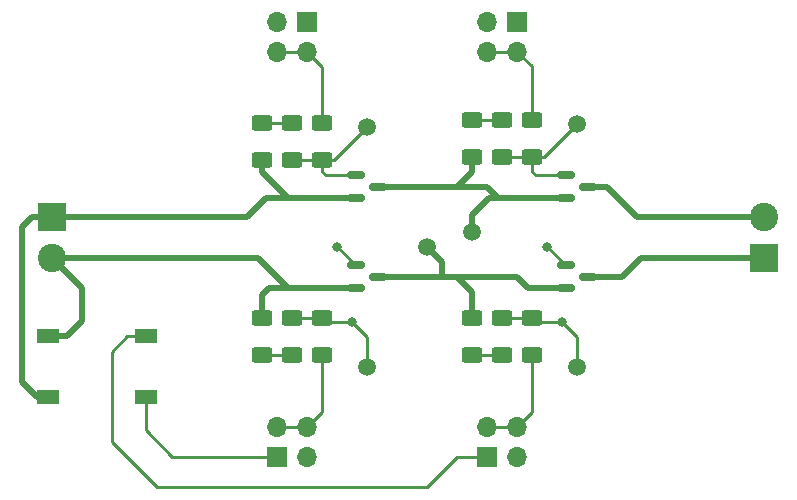
<source format=gbr>
%TF.GenerationSoftware,KiCad,Pcbnew,6.0.0-rc2-unknown-160328abc7~144~ubuntu21.10.1*%
%TF.CreationDate,2021-12-28T14:59:46+01:00*%
%TF.ProjectId,AbcTestBoard,41626354-6573-4744-926f-6172642e6b69,rev?*%
%TF.SameCoordinates,Original*%
%TF.FileFunction,Copper,L1,Top*%
%TF.FilePolarity,Positive*%
%FSLAX46Y46*%
G04 Gerber Fmt 4.6, Leading zero omitted, Abs format (unit mm)*
G04 Created by KiCad (PCBNEW 6.0.0-rc2-unknown-160328abc7~144~ubuntu21.10.1) date 2021-12-28 14:59:46*
%MOMM*%
%LPD*%
G01*
G04 APERTURE LIST*
G04 Aperture macros list*
%AMRoundRect*
0 Rectangle with rounded corners*
0 $1 Rounding radius*
0 $2 $3 $4 $5 $6 $7 $8 $9 X,Y pos of 4 corners*
0 Add a 4 corners polygon primitive as box body*
4,1,4,$2,$3,$4,$5,$6,$7,$8,$9,$2,$3,0*
0 Add four circle primitives for the rounded corners*
1,1,$1+$1,$2,$3*
1,1,$1+$1,$4,$5*
1,1,$1+$1,$6,$7*
1,1,$1+$1,$8,$9*
0 Add four rect primitives between the rounded corners*
20,1,$1+$1,$2,$3,$4,$5,0*
20,1,$1+$1,$4,$5,$6,$7,0*
20,1,$1+$1,$6,$7,$8,$9,0*
20,1,$1+$1,$8,$9,$2,$3,0*%
G04 Aperture macros list end*
%TA.AperFunction,SMDPad,CuDef*%
%ADD10RoundRect,0.150000X-0.587500X-0.150000X0.587500X-0.150000X0.587500X0.150000X-0.587500X0.150000X0*%
%TD*%
%TA.AperFunction,ComponentPad*%
%ADD11R,1.700000X1.700000*%
%TD*%
%TA.AperFunction,ComponentPad*%
%ADD12O,1.700000X1.700000*%
%TD*%
%TA.AperFunction,SMDPad,CuDef*%
%ADD13RoundRect,0.250000X-0.625000X0.400000X-0.625000X-0.400000X0.625000X-0.400000X0.625000X0.400000X0*%
%TD*%
%TA.AperFunction,SMDPad,CuDef*%
%ADD14RoundRect,0.250000X0.625000X-0.400000X0.625000X0.400000X-0.625000X0.400000X-0.625000X-0.400000X0*%
%TD*%
%TA.AperFunction,SMDPad,CuDef*%
%ADD15C,1.500000*%
%TD*%
%TA.AperFunction,ComponentPad*%
%ADD16R,2.400000X2.400000*%
%TD*%
%TA.AperFunction,ComponentPad*%
%ADD17C,2.400000*%
%TD*%
%TA.AperFunction,SMDPad,CuDef*%
%ADD18R,1.900000X1.200000*%
%TD*%
%TA.AperFunction,ViaPad*%
%ADD19C,0.800000*%
%TD*%
%TA.AperFunction,Conductor*%
%ADD20C,0.500000*%
%TD*%
%TA.AperFunction,Conductor*%
%ADD21C,0.250000*%
%TD*%
G04 APERTURE END LIST*
D10*
%TO.P,Q3,1,G*%
%TO.N,Net-(Q3-Pad1)*%
X87962500Y-80330000D03*
%TO.P,Q3,2,S*%
%TO.N,/J_1*%
X87962500Y-82230000D03*
%TO.P,Q3,3,D*%
%TO.N,/J_OUT*%
X89837500Y-81280000D03*
%TD*%
D11*
%TO.P,J2,1,Pin_1*%
%TO.N,/DCC_HIGH*%
X63495000Y-104145000D03*
D12*
%TO.P,J2,2,Pin_2*%
%TO.N,Net-(J2-Pad2)*%
X63495000Y-101605000D03*
%TO.P,J2,3,Pin_3*%
%TO.N,/DCC_HIGH*%
X66035000Y-104145000D03*
%TO.P,J2,4,Pin_4*%
%TO.N,Net-(J2-Pad2)*%
X66035000Y-101605000D03*
%TD*%
D13*
%TO.P,R9,1*%
%TO.N,Net-(R8-Pad2)*%
X80010000Y-75640000D03*
%TO.P,R9,2*%
%TO.N,/J_1*%
X80010000Y-78740000D03*
%TD*%
D14*
%TO.P,R4,1*%
%TO.N,Net-(J2-Pad2)*%
X67310000Y-95530000D03*
%TO.P,R4,2*%
%TO.N,Net-(Q2-Pad1)*%
X67310000Y-92430000D03*
%TD*%
D13*
%TO.P,R1,1*%
%TO.N,Net-(J1-Pad2)*%
X67310000Y-75920000D03*
%TO.P,R1,2*%
%TO.N,Net-(Q1-Pad1)*%
X67310000Y-79020000D03*
%TD*%
D15*
%TO.P,TP6,1,1*%
%TO.N,Net-(Q4-Pad1)*%
X88900000Y-96520000D03*
%TD*%
D16*
%TO.P,J5,1,Pin_1*%
%TO.N,/J_IN*%
X44450000Y-83820000D03*
D17*
%TO.P,J5,2,Pin_2*%
%TO.N,/K_IN*%
X44450000Y-87320000D03*
%TD*%
D15*
%TO.P,TP4,1,1*%
%TO.N,Net-(Q2-Pad1)*%
X71120000Y-96520000D03*
%TD*%
%TO.P,TP1,1,1*%
%TO.N,/J_1*%
X80010000Y-85090000D03*
%TD*%
%TO.P,TP2,1,1*%
%TO.N,/K_1*%
X76200000Y-86360000D03*
%TD*%
D14*
%TO.P,R6,1*%
%TO.N,Net-(R5-Pad2)*%
X62230000Y-95530000D03*
%TO.P,R6,2*%
%TO.N,/K_IN*%
X62230000Y-92430000D03*
%TD*%
%TO.P,R2,1*%
%TO.N,Net-(Q1-Pad1)*%
X64770000Y-79020000D03*
%TO.P,R2,2*%
%TO.N,Net-(R2-Pad2)*%
X64770000Y-75920000D03*
%TD*%
D10*
%TO.P,Q1,1,G*%
%TO.N,Net-(Q1-Pad1)*%
X70182500Y-80330000D03*
%TO.P,Q1,2,S*%
%TO.N,/J_IN*%
X70182500Y-82230000D03*
%TO.P,Q1,3,D*%
%TO.N,/J_1*%
X72057500Y-81280000D03*
%TD*%
D13*
%TO.P,R3,1*%
%TO.N,Net-(R2-Pad2)*%
X62230000Y-75920000D03*
%TO.P,R3,2*%
%TO.N,/J_IN*%
X62230000Y-79020000D03*
%TD*%
D11*
%TO.P,J1,1,Pin_1*%
%TO.N,/DCC_HIGH*%
X66045000Y-67310000D03*
D12*
%TO.P,J1,2,Pin_2*%
%TO.N,Net-(J1-Pad2)*%
X66045000Y-69850000D03*
%TO.P,J1,3,Pin_3*%
%TO.N,/DCC_HIGH*%
X63505000Y-67310000D03*
%TO.P,J1,4,Pin_4*%
%TO.N,Net-(J1-Pad2)*%
X63505000Y-69850000D03*
%TD*%
D11*
%TO.P,J3,1,Pin_1*%
%TO.N,/DCC_LOW*%
X83825000Y-67305000D03*
D12*
%TO.P,J3,2,Pin_2*%
%TO.N,Net-(J3-Pad2)*%
X83825000Y-69845000D03*
%TO.P,J3,3,Pin_3*%
%TO.N,/DCC_LOW*%
X81285000Y-67305000D03*
%TO.P,J3,4,Pin_4*%
%TO.N,Net-(J3-Pad2)*%
X81285000Y-69845000D03*
%TD*%
D11*
%TO.P,J4,1,Pin_1*%
%TO.N,/DCC_LOW*%
X81275000Y-104140000D03*
D12*
%TO.P,J4,2,Pin_2*%
%TO.N,Net-(J4-Pad2)*%
X81275000Y-101600000D03*
%TO.P,J4,3,Pin_3*%
%TO.N,/DCC_LOW*%
X83815000Y-104140000D03*
%TO.P,J4,4,Pin_4*%
%TO.N,Net-(J4-Pad2)*%
X83815000Y-101600000D03*
%TD*%
D13*
%TO.P,R5,1*%
%TO.N,Net-(Q2-Pad1)*%
X64770000Y-92430000D03*
%TO.P,R5,2*%
%TO.N,Net-(R5-Pad2)*%
X64770000Y-95530000D03*
%TD*%
D18*
%TO.P,BR1,a2,a2*%
%TO.N,/J_IN*%
X44135580Y-99069590D03*
%TO.P,BR1,a1,a1*%
%TO.N,/K_IN*%
X44135580Y-93969590D03*
%TO.P,BR1,-,-*%
%TO.N,/DCC_LOW*%
X52385580Y-93969590D03*
%TO.P,BR1,+,+*%
%TO.N,/DCC_HIGH*%
X52385580Y-99069590D03*
%TD*%
D14*
%TO.P,R10,1*%
%TO.N,Net-(J4-Pad2)*%
X85090000Y-95530000D03*
%TO.P,R10,2*%
%TO.N,Net-(Q4-Pad1)*%
X85090000Y-92430000D03*
%TD*%
D16*
%TO.P,J6,1,Pin_1*%
%TO.N,/K_OUT*%
X104710000Y-87320000D03*
D17*
%TO.P,J6,2,Pin_2*%
%TO.N,/J_OUT*%
X104710000Y-83820000D03*
%TD*%
D14*
%TO.P,R8,1*%
%TO.N,Net-(Q3-Pad1)*%
X82550000Y-78740000D03*
%TO.P,R8,2*%
%TO.N,Net-(R8-Pad2)*%
X82550000Y-75640000D03*
%TD*%
D13*
%TO.P,R11,1*%
%TO.N,Net-(Q4-Pad1)*%
X82550000Y-92430000D03*
%TO.P,R11,2*%
%TO.N,Net-(R11-Pad2)*%
X82550000Y-95530000D03*
%TD*%
D15*
%TO.P,TP5,1,1*%
%TO.N,Net-(Q3-Pad1)*%
X88900000Y-75940000D03*
%TD*%
D14*
%TO.P,R12,1*%
%TO.N,Net-(R11-Pad2)*%
X80010000Y-95530000D03*
%TO.P,R12,2*%
%TO.N,/K_1*%
X80010000Y-92430000D03*
%TD*%
D10*
%TO.P,Q2,1,G*%
%TO.N,Net-(Q2-Pad1)*%
X70182500Y-87950000D03*
%TO.P,Q2,2,S*%
%TO.N,/K_IN*%
X70182500Y-89850000D03*
%TO.P,Q2,3,D*%
%TO.N,/K_1*%
X72057500Y-88900000D03*
%TD*%
D13*
%TO.P,R7,1*%
%TO.N,Net-(J3-Pad2)*%
X85090000Y-75640000D03*
%TO.P,R7,2*%
%TO.N,Net-(Q3-Pad1)*%
X85090000Y-78740000D03*
%TD*%
D15*
%TO.P,TP3,1,1*%
%TO.N,Net-(Q1-Pad1)*%
X71120000Y-76200000D03*
%TD*%
D10*
%TO.P,Q4,1,G*%
%TO.N,Net-(Q4-Pad1)*%
X87962500Y-87950000D03*
%TO.P,Q4,2,S*%
%TO.N,/K_1*%
X87962500Y-89850000D03*
%TO.P,Q4,3,D*%
%TO.N,/K_OUT*%
X89837500Y-88900000D03*
%TD*%
D19*
%TO.N,Net-(Q2-Pad1)*%
X68580000Y-86360000D03*
X69850000Y-92710000D03*
%TO.N,Net-(Q4-Pad1)*%
X86360000Y-86360000D03*
X87630000Y-92710000D03*
%TD*%
D20*
%TO.N,/J_IN*%
X62550000Y-82230000D02*
X60960000Y-83820000D01*
X44450000Y-83820000D02*
X42750000Y-83820000D01*
X41910000Y-97790000D02*
X43189590Y-99069590D01*
X43189590Y-99069590D02*
X44135580Y-99069590D01*
X41910000Y-84660000D02*
X41910000Y-97790000D01*
X64450000Y-82230000D02*
X62550000Y-82230000D01*
X62230000Y-80010000D02*
X64450000Y-82230000D01*
X64450000Y-82230000D02*
X70182500Y-82230000D01*
X42750000Y-83820000D02*
X41910000Y-84660000D01*
X62230000Y-79020000D02*
X62230000Y-80010000D01*
X60960000Y-83820000D02*
X44450000Y-83820000D01*
%TO.N,/K_IN*%
X44450000Y-87320000D02*
X46990000Y-89860000D01*
X46990000Y-92699590D02*
X45720000Y-93969590D01*
X45720000Y-93969590D02*
X44135580Y-93969590D01*
X64450000Y-89850000D02*
X70182500Y-89850000D01*
X44450000Y-87320000D02*
X61920000Y-87320000D01*
X61920000Y-87320000D02*
X64450000Y-89850000D01*
X62865000Y-89850000D02*
X64450000Y-89850000D01*
X46990000Y-89860000D02*
X46990000Y-92699590D01*
X62230000Y-90485000D02*
X62865000Y-89850000D01*
X62230000Y-92430000D02*
X62230000Y-90485000D01*
%TO.N,/J_OUT*%
X89837500Y-81280000D02*
X91440000Y-81280000D01*
X91440000Y-81280000D02*
X93980000Y-83820000D01*
X93980000Y-83820000D02*
X104710000Y-83820000D01*
%TO.N,/K_OUT*%
X94290000Y-87320000D02*
X104710000Y-87320000D01*
X89837500Y-88900000D02*
X92710000Y-88900000D01*
X92710000Y-88900000D02*
X94290000Y-87320000D01*
D21*
%TO.N,Net-(Q1-Pad1)*%
X71120000Y-76200000D02*
X68300000Y-79020000D01*
X67310000Y-79020000D02*
X67310000Y-80010000D01*
X67310000Y-80010000D02*
X67630000Y-80330000D01*
X64770000Y-79020000D02*
X67310000Y-79020000D01*
X68300000Y-79020000D02*
X67310000Y-79020000D01*
X67630000Y-80330000D02*
X70182500Y-80330000D01*
D20*
%TO.N,/J_1*%
X81440000Y-82230000D02*
X82230000Y-82230000D01*
X78740000Y-81280000D02*
X77470000Y-81280000D01*
X82230000Y-82230000D02*
X87962500Y-82230000D01*
X80010000Y-80010000D02*
X78740000Y-81280000D01*
X80010000Y-85090000D02*
X80010000Y-83660000D01*
X80010000Y-83660000D02*
X81440000Y-82230000D01*
X81280000Y-81280000D02*
X82230000Y-82230000D01*
X80010000Y-78740000D02*
X80010000Y-80010000D01*
X77470000Y-81280000D02*
X81280000Y-81280000D01*
X72057500Y-81280000D02*
X77470000Y-81280000D01*
D21*
%TO.N,Net-(Q2-Pad1)*%
X64770000Y-92430000D02*
X67310000Y-92430000D01*
X69850000Y-92710000D02*
X71120000Y-93980000D01*
X68592500Y-86360000D02*
X70182500Y-87950000D01*
X68580000Y-86360000D02*
X68592500Y-86360000D01*
X67310000Y-92430000D02*
X67590000Y-92710000D01*
X71120000Y-93980000D02*
X71120000Y-96520000D01*
X67590000Y-92710000D02*
X69850000Y-92710000D01*
D20*
%TO.N,/K_1*%
X80010000Y-92430000D02*
X80010000Y-90170000D01*
X76200000Y-86360000D02*
X77470000Y-87630000D01*
X78740000Y-88900000D02*
X83820000Y-88900000D01*
X80010000Y-90170000D02*
X78740000Y-88900000D01*
X77470000Y-87630000D02*
X77470000Y-88900000D01*
X84770000Y-89850000D02*
X87962500Y-89850000D01*
X72057500Y-88900000D02*
X78740000Y-88900000D01*
X83820000Y-88900000D02*
X84770000Y-89850000D01*
D21*
%TO.N,Net-(Q4-Pad1)*%
X87630000Y-92710000D02*
X88900000Y-93980000D01*
X85370000Y-92710000D02*
X87630000Y-92710000D01*
X86360000Y-86360000D02*
X86372500Y-86360000D01*
X88900000Y-93980000D02*
X88900000Y-96520000D01*
X82550000Y-92430000D02*
X85090000Y-92430000D01*
X85090000Y-92430000D02*
X85370000Y-92710000D01*
X86372500Y-86360000D02*
X87962500Y-87950000D01*
%TO.N,Net-(J1-Pad2)*%
X63505000Y-69850000D02*
X66045000Y-69850000D01*
X67310000Y-71115000D02*
X67310000Y-75920000D01*
X66045000Y-69850000D02*
X67310000Y-71115000D01*
%TO.N,Net-(R2-Pad2)*%
X62230000Y-75920000D02*
X64770000Y-75920000D01*
%TO.N,Net-(J2-Pad2)*%
X67310000Y-100330000D02*
X67310000Y-95530000D01*
X63495000Y-101605000D02*
X66035000Y-101605000D01*
X66035000Y-101605000D02*
X67310000Y-100330000D01*
%TO.N,Net-(R5-Pad2)*%
X62230000Y-95530000D02*
X64770000Y-95530000D01*
%TO.N,Net-(J3-Pad2)*%
X83825000Y-69845000D02*
X85090000Y-71110000D01*
X85090000Y-71110000D02*
X85090000Y-75640000D01*
X81285000Y-69845000D02*
X83825000Y-69845000D01*
%TO.N,Net-(R8-Pad2)*%
X80010000Y-75640000D02*
X82550000Y-75640000D01*
%TO.N,Net-(J4-Pad2)*%
X85090000Y-95530000D02*
X85090000Y-100325000D01*
X85090000Y-100325000D02*
X83815000Y-101600000D01*
X83815000Y-101600000D02*
X81275000Y-101600000D01*
%TO.N,Net-(R11-Pad2)*%
X80010000Y-95530000D02*
X82550000Y-95530000D01*
%TO.N,/DCC_HIGH*%
X54615000Y-104145000D02*
X63495000Y-104145000D01*
X52385580Y-101915580D02*
X54615000Y-104145000D01*
X52385580Y-99069590D02*
X52385580Y-101915580D01*
%TO.N,/DCC_LOW*%
X52385580Y-93969590D02*
X50810410Y-93969590D01*
X78740000Y-104140000D02*
X81275000Y-104140000D01*
X49530000Y-95250000D02*
X49530000Y-102870000D01*
X53340000Y-106680000D02*
X76200000Y-106680000D01*
X76200000Y-106680000D02*
X78740000Y-104140000D01*
X50810410Y-93969590D02*
X49530000Y-95250000D01*
X49530000Y-102870000D02*
X53340000Y-106680000D01*
%TO.N,Net-(Q3-Pad1)*%
X86100000Y-78740000D02*
X85090000Y-78740000D01*
X82550000Y-78740000D02*
X85090000Y-78740000D01*
X85090000Y-78740000D02*
X85090000Y-80010000D01*
X85090000Y-80010000D02*
X85410000Y-80330000D01*
X88900000Y-75940000D02*
X86100000Y-78740000D01*
X85410000Y-80330000D02*
X87962500Y-80330000D01*
%TD*%
M02*

</source>
